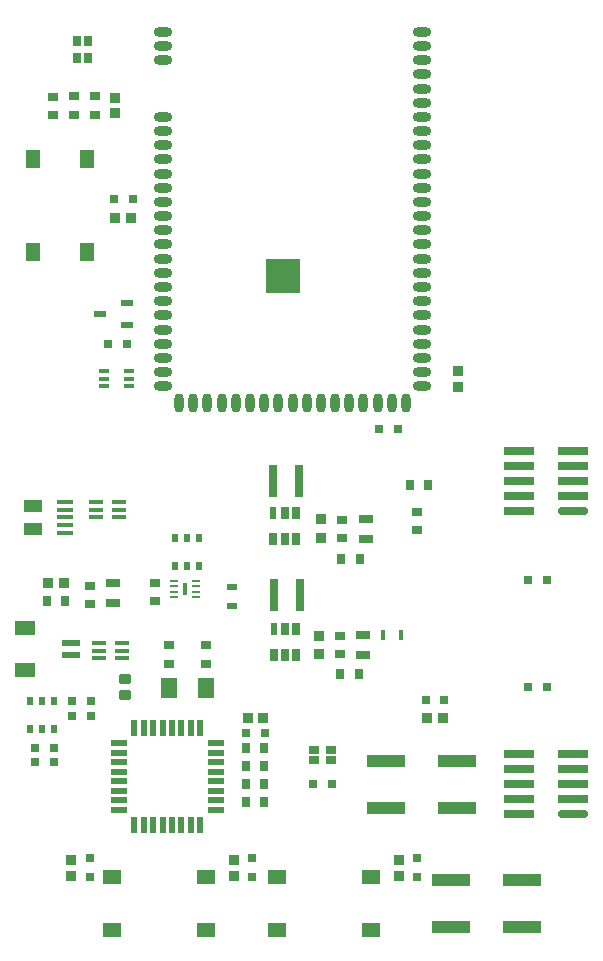
<source format=gtp>
G04*
G04 #@! TF.GenerationSoftware,Altium Limited,Altium Designer,20.1.14 (287)*
G04*
G04 Layer_Color=8421504*
%FSLAX44Y44*%
%MOMM*%
G71*
G04*
G04 #@! TF.SameCoordinates,978DA6D5-38BD-4FD5-9912-D6258095FBE2*
G04*
G04*
G04 #@! TF.FilePolarity,Positive*
G04*
G01*
G75*
%ADD18R,1.3000X0.7000*%
%ADD19R,1.3462X0.4064*%
%ADD20R,1.5050X1.0986*%
%ADD21R,2.5400X0.6350*%
G04:AMPARAMS|DCode=22|XSize=2.54mm|YSize=0.635mm|CornerRadius=0.1588mm|HoleSize=0mm|Usage=FLASHONLY|Rotation=180.000|XOffset=0mm|YOffset=0mm|HoleType=Round|Shape=RoundedRectangle|*
%AMROUNDEDRECTD22*
21,1,2.5400,0.3175,0,0,180.0*
21,1,2.2225,0.6350,0,0,180.0*
1,1,0.3175,-1.1113,0.1588*
1,1,0.3175,1.1113,0.1588*
1,1,0.3175,1.1113,-0.1588*
1,1,0.3175,-1.1113,-0.1588*
%
%ADD22ROUNDEDRECTD22*%
%ADD23R,1.5494X1.2954*%
G04:AMPARAMS|DCode=24|XSize=1.6mm|YSize=0.8mm|CornerRadius=0.4mm|HoleSize=0mm|Usage=FLASHONLY|Rotation=0.000|XOffset=0mm|YOffset=0mm|HoleType=Round|Shape=RoundedRectangle|*
%AMROUNDEDRECTD24*
21,1,1.6000,0.0000,0,0,0.0*
21,1,0.8000,0.8000,0,0,0.0*
1,1,0.8000,0.4000,0.0000*
1,1,0.8000,-0.4000,0.0000*
1,1,0.8000,-0.4000,0.0000*
1,1,0.8000,0.4000,0.0000*
%
%ADD24ROUNDEDRECTD24*%
G04:AMPARAMS|DCode=25|XSize=0.8mm|YSize=1.6mm|CornerRadius=0.4mm|HoleSize=0mm|Usage=FLASHONLY|Rotation=0.000|XOffset=0mm|YOffset=0mm|HoleType=Round|Shape=RoundedRectangle|*
%AMROUNDEDRECTD25*
21,1,0.8000,0.8000,0,0,0.0*
21,1,0.0000,1.6000,0,0,0.0*
1,1,0.8000,0.0000,-0.4000*
1,1,0.8000,0.0000,-0.4000*
1,1,0.8000,0.0000,0.4000*
1,1,0.8000,0.0000,0.4000*
%
%ADD25ROUNDEDRECTD25*%
%ADD26R,3.0000X3.0000*%
%ADD27R,0.8128X0.9144*%
%ADD28R,0.9144X0.8128*%
%ADD29R,0.9000X0.8000*%
%ADD30R,0.9652X0.8636*%
%ADD31R,0.9500X0.5500*%
%ADD32R,0.6500X0.8500*%
%ADD33R,0.7000X0.7000*%
%ADD34R,0.8500X0.6500*%
G04:AMPARAMS|DCode=35|XSize=0.95mm|YSize=0.8mm|CornerRadius=0.08mm|HoleSize=0mm|Usage=FLASHONLY|Rotation=0.000|XOffset=0mm|YOffset=0mm|HoleType=Round|Shape=RoundedRectangle|*
%AMROUNDEDRECTD35*
21,1,0.9500,0.6400,0,0,0.0*
21,1,0.7900,0.8000,0,0,0.0*
1,1,0.1600,0.3950,-0.3200*
1,1,0.1600,-0.3950,-0.3200*
1,1,0.1600,-0.3950,0.3200*
1,1,0.1600,0.3950,0.3200*
%
%ADD35ROUNDEDRECTD35*%
G04:AMPARAMS|DCode=36|XSize=0.95mm|YSize=0.8mm|CornerRadius=0.1mm|HoleSize=0mm|Usage=FLASHONLY|Rotation=0.000|XOffset=0mm|YOffset=0mm|HoleType=Round|Shape=RoundedRectangle|*
%AMROUNDEDRECTD36*
21,1,0.9500,0.6000,0,0,0.0*
21,1,0.7500,0.8000,0,0,0.0*
1,1,0.2000,0.3750,-0.3000*
1,1,0.2000,-0.3750,-0.3000*
1,1,0.2000,-0.3750,0.3000*
1,1,0.2000,0.3750,0.3000*
%
%ADD36ROUNDEDRECTD36*%
%ADD37R,1.5500X0.6000*%
%ADD38R,1.8000X1.2000*%
%ADD39R,0.8000X2.7000*%
%ADD40R,1.0668X0.5588*%
%ADD41R,0.5080X0.6990*%
%ADD42R,1.1684X0.3556*%
%ADD43R,0.7620X0.8128*%
%ADD44R,0.8000X0.8000*%
%ADD45R,0.8128X0.7620*%
%ADD46R,0.8000X0.8000*%
%ADD47R,0.4500X0.8500*%
%ADD48R,3.2000X1.0000*%
%ADD49R,1.2954X1.5494*%
%ADD50R,1.4732X0.5080*%
%ADD51R,0.5080X1.4732*%
%ADD52R,0.6500X1.0600*%
%ADD53R,0.6000X1.0600*%
%ADD54R,0.3400X1.0700*%
%ADD55R,0.7000X0.2500*%
%ADD56R,1.3208X1.7018*%
%ADD57R,0.8500X0.4500*%
D18*
X88000Y317500D02*
D03*
Y300500D02*
D03*
X301720Y354720D02*
D03*
Y371720D02*
D03*
X299790Y256430D02*
D03*
Y273430D02*
D03*
D19*
X47035Y385985D02*
D03*
Y379485D02*
D03*
Y372985D02*
D03*
Y366485D02*
D03*
Y359985D02*
D03*
D20*
X20285Y382985D02*
D03*
Y362985D02*
D03*
D21*
X431800Y172720D02*
D03*
X477520D02*
D03*
X431800Y160020D02*
D03*
X477520D02*
D03*
X431800Y147320D02*
D03*
X477520D02*
D03*
X431800Y134620D02*
D03*
X477520D02*
D03*
X431800Y121920D02*
D03*
X431800Y378460D02*
D03*
X477520Y391160D02*
D03*
X431800D02*
D03*
X477520Y403860D02*
D03*
X431800D02*
D03*
X477520Y416560D02*
D03*
X431800D02*
D03*
X477520Y429260D02*
D03*
X431800D02*
D03*
D22*
X477520Y121920D02*
D03*
X477520Y378460D02*
D03*
D23*
X166750Y23220D02*
D03*
Y68220D02*
D03*
X87250D02*
D03*
Y23220D02*
D03*
X226950D02*
D03*
Y68220D02*
D03*
X306450D02*
D03*
Y23220D02*
D03*
D24*
X129840Y784000D02*
D03*
Y772000D02*
D03*
Y760000D02*
D03*
X349840Y484000D02*
D03*
Y496000D02*
D03*
Y520000D02*
D03*
Y544000D02*
D03*
Y580000D02*
D03*
Y604000D02*
D03*
Y640000D02*
D03*
Y664000D02*
D03*
Y688000D02*
D03*
Y700000D02*
D03*
Y724000D02*
D03*
Y748000D02*
D03*
Y760000D02*
D03*
Y784000D02*
D03*
Y508000D02*
D03*
Y532000D02*
D03*
Y592000D02*
D03*
Y568000D02*
D03*
Y556000D02*
D03*
Y616000D02*
D03*
Y676000D02*
D03*
Y628000D02*
D03*
Y652000D02*
D03*
Y712000D02*
D03*
Y736000D02*
D03*
Y772000D02*
D03*
X129840Y484000D02*
D03*
Y496000D02*
D03*
Y520000D02*
D03*
Y544000D02*
D03*
Y580000D02*
D03*
Y604000D02*
D03*
Y640000D02*
D03*
Y664000D02*
D03*
Y688000D02*
D03*
Y700000D02*
D03*
Y532000D02*
D03*
Y508000D02*
D03*
Y616000D02*
D03*
Y556000D02*
D03*
Y568000D02*
D03*
Y592000D02*
D03*
Y652000D02*
D03*
Y628000D02*
D03*
Y676000D02*
D03*
Y712000D02*
D03*
D25*
X143840Y470000D02*
D03*
X155840D02*
D03*
X179840D02*
D03*
X203840D02*
D03*
X239840D02*
D03*
X263840D02*
D03*
X299840D02*
D03*
X323840D02*
D03*
X191840D02*
D03*
X167840D02*
D03*
X227840D02*
D03*
X215840D02*
D03*
X251840D02*
D03*
X275840D02*
D03*
X335840D02*
D03*
X311840D02*
D03*
X287840D02*
D03*
D26*
X231840Y577000D02*
D03*
D27*
X46180Y317500D02*
D03*
X33226D02*
D03*
X354013Y203090D02*
D03*
X366967D02*
D03*
X89894Y626512D02*
D03*
X102848D02*
D03*
X201803Y203200D02*
D03*
X214757D02*
D03*
D28*
X89640Y728194D02*
D03*
Y715240D02*
D03*
X380000Y483523D02*
D03*
Y496477D02*
D03*
X330200Y82677D02*
D03*
Y69723D02*
D03*
X190500Y82677D02*
D03*
Y69723D02*
D03*
X52007Y69706D02*
D03*
Y82660D02*
D03*
D29*
X166186Y264612D02*
D03*
Y248612D02*
D03*
X135122Y264838D02*
D03*
Y248838D02*
D03*
D30*
X262290Y272931D02*
D03*
Y256929D02*
D03*
X263620Y371221D02*
D03*
Y355219D02*
D03*
D31*
X189000Y314000D02*
D03*
Y298000D02*
D03*
D32*
X57750Y761750D02*
D03*
Y776250D02*
D03*
X66250D02*
D03*
Y761750D02*
D03*
D33*
X256750Y147000D02*
D03*
X273250D02*
D03*
D34*
X257750Y176250D02*
D03*
X272250D02*
D03*
Y167750D02*
D03*
X257750D02*
D03*
D35*
X98000Y222250D02*
D03*
D36*
Y235750D02*
D03*
D37*
X52070Y266620D02*
D03*
Y256620D02*
D03*
D38*
X13320Y279620D02*
D03*
Y243620D02*
D03*
D39*
X224000Y307000D02*
D03*
X246000D02*
D03*
X223000Y404000D02*
D03*
X245000D02*
D03*
D40*
X76570Y545000D02*
D03*
X99430Y554525D02*
D03*
Y535475D02*
D03*
D41*
X17840Y194110D02*
D03*
Y217370D02*
D03*
X38040D02*
D03*
Y194110D02*
D03*
X27940D02*
D03*
Y217370D02*
D03*
X150380Y355220D02*
D03*
Y331960D02*
D03*
X160480D02*
D03*
Y355220D02*
D03*
X140280D02*
D03*
Y331960D02*
D03*
D42*
X73614Y385950D02*
D03*
Y379450D02*
D03*
Y372950D02*
D03*
X93172D02*
D03*
Y379450D02*
D03*
Y385950D02*
D03*
X95849Y266720D02*
D03*
Y260220D02*
D03*
Y253720D02*
D03*
X76291D02*
D03*
Y260220D02*
D03*
Y266720D02*
D03*
D43*
X47620Y302087D02*
D03*
X32126D02*
D03*
X354747Y400000D02*
D03*
X339253D02*
D03*
X200533Y132080D02*
D03*
X216027D02*
D03*
Y147320D02*
D03*
X200533D02*
D03*
X216027Y162560D02*
D03*
X200533D02*
D03*
X200406Y177800D02*
D03*
X215900D02*
D03*
X280253Y240000D02*
D03*
X295747D02*
D03*
X281146Y337820D02*
D03*
X296640D02*
D03*
D44*
X368490Y218090D02*
D03*
X352490D02*
D03*
X439099Y319751D02*
D03*
X455099D02*
D03*
X104371Y642362D02*
D03*
X88371D02*
D03*
X313000Y448000D02*
D03*
X329000D02*
D03*
X84000Y520000D02*
D03*
X100000D02*
D03*
X200280Y190500D02*
D03*
X216280D02*
D03*
X38000Y178000D02*
D03*
X22000D02*
D03*
X68960Y217306D02*
D03*
X52960D02*
D03*
Y205059D02*
D03*
X68960D02*
D03*
X38000Y165924D02*
D03*
X22000D02*
D03*
X439099Y229755D02*
D03*
X455099D02*
D03*
D45*
X72196Y729464D02*
D03*
Y713970D02*
D03*
X37350Y713666D02*
D03*
Y729160D02*
D03*
X54756Y729464D02*
D03*
Y713970D02*
D03*
X279790Y272677D02*
D03*
Y257183D02*
D03*
X123000Y302253D02*
D03*
Y317747D02*
D03*
X345000Y362253D02*
D03*
Y377747D02*
D03*
X281400Y370967D02*
D03*
Y355473D02*
D03*
X68040Y315087D02*
D03*
Y299593D02*
D03*
D46*
X345440Y68200D02*
D03*
Y84200D02*
D03*
X205740Y68200D02*
D03*
Y84200D02*
D03*
X68580Y84200D02*
D03*
Y68200D02*
D03*
D47*
X331505Y273185D02*
D03*
X316505D02*
D03*
D48*
X379000Y167000D02*
D03*
Y127000D02*
D03*
X319000D02*
D03*
Y167000D02*
D03*
X373860Y25720D02*
D03*
Y65720D02*
D03*
X433860D02*
D03*
Y25720D02*
D03*
D49*
X65500Y676750D02*
D03*
X20500D02*
D03*
Y597250D02*
D03*
X65500D02*
D03*
D50*
X174958Y181550D02*
D03*
Y173550D02*
D03*
Y165550D02*
D03*
Y157550D02*
D03*
Y149550D02*
D03*
Y141550D02*
D03*
Y133550D02*
D03*
Y125550D02*
D03*
X92662D02*
D03*
Y133550D02*
D03*
Y141550D02*
D03*
Y149550D02*
D03*
Y157550D02*
D03*
Y165550D02*
D03*
Y173550D02*
D03*
Y181550D02*
D03*
D51*
X161810Y112402D02*
D03*
X153810D02*
D03*
X145810D02*
D03*
X137810D02*
D03*
X129810D02*
D03*
X121810D02*
D03*
X113810D02*
D03*
X105810D02*
D03*
Y194698D02*
D03*
X113810D02*
D03*
X121810D02*
D03*
X129810D02*
D03*
X137810D02*
D03*
X145810D02*
D03*
X153810D02*
D03*
X161810D02*
D03*
D52*
X224180Y256540D02*
D03*
X243180D02*
D03*
Y278540D02*
D03*
X233680D02*
D03*
Y256540D02*
D03*
X223640Y354760D02*
D03*
X242640D02*
D03*
Y376760D02*
D03*
X233140D02*
D03*
Y354760D02*
D03*
D53*
X224180Y278540D02*
D03*
X223640Y376760D02*
D03*
D54*
X148690Y312330D02*
D03*
D55*
X139440Y314580D02*
D03*
Y319080D02*
D03*
Y310080D02*
D03*
Y305580D02*
D03*
X157940D02*
D03*
Y310080D02*
D03*
Y314580D02*
D03*
Y319080D02*
D03*
D56*
X166310Y228550D02*
D03*
X135322D02*
D03*
D57*
X80380Y496872D02*
D03*
Y490372D02*
D03*
Y483872D02*
D03*
X101380Y496872D02*
D03*
Y490372D02*
D03*
Y483872D02*
D03*
M02*

</source>
